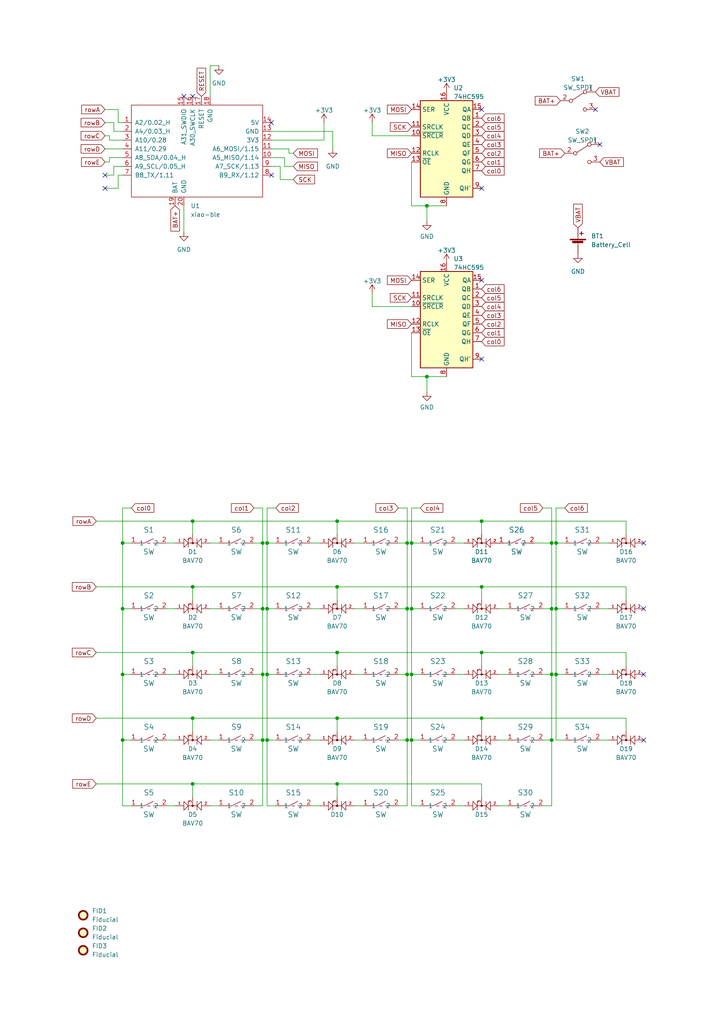
<source format=kicad_sch>
(kicad_sch (version 20230121) (generator eeschema)
  (paper "A4" portrait)
  (title_block (rev "1") (comment 1 "Design for JLCPCB 1-2 Layer Service"))
  (lib_symbols
    (symbol "74xx:74HC595"
      (property "Reference" "U" (at -7.62 13.97 0))
      (property "Value" "74HC595" (at -7.62 -16.51 0))
      (symbol "74HC595_1_0"
        (pin tri_state line (at 10.16 7.62 180) (length 2.54) (name "QB") (number "1"))
        (pin input line (at -10.16 2.54 0) (length 2.54) (name "~{SRCLR}") (number "10"))
        (pin input line (at -10.16 5.08 0) (length 2.54) (name "SRCLK") (number "11"))
        (pin input line (at -10.16 -2.54 0) (length 2.54) (name "RCLK") (number "12"))
        (pin input line (at -10.16 -5.08 0) (length 2.54) (name "~{OE}") (number "13"))
        (pin input line (at -10.16 10.16 0) (length 2.54) (name "SER") (number "14"))
        (pin tri_state line (at 10.16 10.16 180) (length 2.54) (name "QA") (number "15"))
        (pin power_in line (at 0 15.24 270) (length 2.54) (name "VCC") (number "16"))
        (pin tri_state line (at 10.16 5.08 180) (length 2.54) (name "QC") (number "2"))
        (pin tri_state line (at 10.16 2.54 180) (length 2.54) (name "QD") (number "3"))
        (pin tri_state line (at 10.16 0 180) (length 2.54) (name "QE") (number "4"))
        (pin tri_state line (at 10.16 -2.54 180) (length 2.54) (name "QF") (number "5"))
        (pin tri_state line (at 10.16 -5.08 180) (length 2.54) (name "QG") (number "6"))
        (pin tri_state line (at 10.16 -7.62 180) (length 2.54) (name "QH") (number "7"))
        (pin power_in line (at 0 -17.78 90) (length 2.54) (name "GND") (number "8"))
        (pin output line (at 10.16 -12.7 180) (length 2.54) (name "QH'") (number "9"))
      )
      (symbol "74HC595_1_1"
        (rectangle (start -7.62 12.7) (end 7.62 -15.24) (stroke (width 0.254)) (fill (type background)))
      )
    )
    (symbol "Device:Battery_Cell" (pin_numbers hide) (pin_names (offset 0) hide)
      (property "Reference" "BT" (at 2.54 2.54 0))
      (property "Value" "Battery_Cell" (at 2.54 0 0))
      (symbol "Battery_Cell_0_1"
        (rectangle (start -2.286 1.778) (end 2.286 1.524) (fill (type outline)))
        (rectangle (start -1.5748 1.1938) (end 1.4732 0.6858) (fill (type outline)))
        (polyline (pts (xy 0 0.762) (xy 0 0)))
        (polyline (pts (xy 0 1.778) (xy 0 2.54)))
        (polyline (pts (xy 0.508 3.429) (xy 1.524 3.429)) (stroke (width 0.254)))
        (polyline (pts (xy 1.016 3.937) (xy 1.016 2.921)) (stroke (width 0.254)))
      )
      (symbol "Battery_Cell_1_1"
        (pin passive line (at 0 5.08 270) (length 2.54) (name "+") (number "1"))
        (pin passive line (at 0 -2.54 90) (length 2.54) (name "-") (number "2"))
      )
    )
    (symbol "Mechanical:Fiducial"
      (property "Reference" "FID" (at 0 5.08 0))
      (property "Value" "Fiducial" (at 0 3.175 0))
      (symbol "Fiducial_0_1"
        (circle (center 0 0) (radius 1.27) (stroke (width 0.508)) (fill (type background)))
      )
    )
    (symbol "Switch:SW_SPDT" (pin_names (offset 0) hide)
      (property "Reference" "SW" (at 0 4.318 0))
      (property "Value" "SW_SPDT" (at 0 -5.08 0))
      (symbol "SW_SPDT_0_0"
        (circle (center -2.032 0) (radius 0.508))
        (circle (center 2.032 -2.54) (radius 0.508))
      )
      (symbol "SW_SPDT_0_1"
        (polyline (pts (xy -1.524 0.254) (xy 1.651 2.286)))
        (circle (center 2.032 2.54) (radius 0.508))
      )
      (symbol "SW_SPDT_1_1"
        (pin passive line (at 5.08 2.54 180) (length 2.54) (name "A") (number "1"))
        (pin passive line (at -5.08 0 0) (length 2.54) (name "B") (number "2"))
        (pin passive line (at 5.08 -2.54 180) (length 2.54) (name "C") (number "3"))
      )
    )
    (symbol "YAEMK:MX_1U" (pin_names (offset 1.016))
      (property "Reference" "S" (at 0 -2.54 0))
      (property "Value" "MX_1U" (at 0 3.81 0))
      (symbol "MX_1U_1_1"
        (polyline (pts (xy 2.54 0) (xy 1.27 0)))
        (polyline (pts (xy 3.81 0) (xy 2.54 0)))
        (polyline (pts (xy 1.27 1.27) (xy -1.27 0) (xy -3.81 0)))
        (pin bidirectional line (at -5.08 0 0) (length 1.27) (name "1") (number "1"))
        (pin bidirectional line (at 5.08 0 180) (length 1.27) (name "2") (number "2"))
      )
    )
    (symbol "hillside_basic:BAV70_Small" (pin_names (offset 0.762) hide)
      (property "Reference" "D" (at 0.635 -2.54 0))
      (property "Value" "BAV70_Small" (at 0 2.54 0))
      (symbol "BAV70_Small_0_1"
        (polyline (pts (xy -1.27 1.27) (xy -1.27 -1.27)))
        (polyline (pts (xy 1.27 0) (xy -1.27 0)))
        (polyline (pts (xy 1.27 1.27) (xy 1.27 -1.27)))
        (polyline (pts (xy -2.54 1.27) (xy -2.54 -1.27) (xy -1.27 0) (xy -2.54 1.27)))
        (polyline (pts (xy 2.54 1.27) (xy 2.54 -1.27) (xy 1.27 0) (xy 2.54 1.27)))
        (circle (center 0 0) (radius 0.254) (fill (type outline)))
      )
      (symbol "BAV70_Small_1_1"
        (pin input line (at -5.08 0 0) (length 2.54) (name "A1") (number "1"))
        (pin input line (at 5.08 0 180) (length 2.54) (name "A2") (number "2"))
        (pin passive line (at 0 -2.54 90) (length 2.54) (name "K") (number "3"))
      )
    )
    (symbol "power:+3V3" (power) (pin_names (offset 0))
      (property "Value" "+3V3" (at 0 3.556 0))
      (symbol "+3V3_0_1"
        (polyline (pts (xy -0.762 1.27) (xy 0 2.54)))
        (polyline (pts (xy 0 0) (xy 0 2.54)))
        (polyline (pts (xy 0 2.54) (xy 0.762 1.27)))
      )
      (symbol "+3V3_1_1"
        (pin power_in line (at 0 0 90) (length 0) hide (name "+3V3") (number "1"))
      )
    )
    (symbol "power:GND" (power) (pin_names (offset 0))
      (property "Value" "GND" (at 0 -3.81 0))
      (symbol "GND_0_1"
        (polyline (pts (xy 0 0) (xy 0 -1.27) (xy 1.27 -1.27) (xy 0 -2.54) (xy -1.27 -1.27) (xy 0 -1.27)))
      )
      (symbol "GND_1_1"
        (pin power_in line (at 0 0 270) (length 0) hide (name "GND") (number "1"))
      )
    )
    (symbol "sepp:xiao-ble-geist" (pin_names (offset 1.016))
      (property "Reference" "U1" (at -19.304 17.78 0))
      (property "Value" "xiao-ble" (at -19.304 15.24 0))
      (symbol "xiao-ble-geist_0_1"
        (rectangle (start -19.05 12.7) (end 19.05 -13.97))
      )
      (symbol "xiao-ble-geist_1_1"
        (pin bidirectional line (at -21.59 7.62 0) (length 2.54) (name "A2/0.02_H") (number "1"))
        (pin bidirectional line (at 21.59 -2.54 180) (length 2.54) (name "A5_MISO/1.14") (number "10"))
        (pin bidirectional line (at 21.59 0 180) (length 2.54) (name "A6_MOSI/1.15") (number "11"))
        (pin power_out line (at 21.59 2.54 180) (length 2.54) (name "3V3") (number "12"))
        (pin power_out line (at 21.59 5.08 180) (length 2.54) (name "GND") (number "13"))
        (pin power_out line (at 21.59 7.62 180) (length 2.54) (name "5V") (number "14"))
        (pin input line (at -3.81 15.24 270) (length 2.54) (name "A31_SWDIO") (number "15"))
        (pin input line (at -1.27 15.24 270) (length 2.54) (name "A30_SWCLK") (number "16"))
        (pin input line (at 1.27 15.24 270) (length 2.54) (name "RESET") (number "17"))
        (pin power_out line (at 3.81 15.24 270) (length 2.54) (name "GND") (number "18"))
        (pin bidirectional line (at -6.35 -16.51 90) (length 2.54) (name "BAT") (number "19"))
        (pin bidirectional line (at -21.59 5.08 0) (length 2.54) (name "A4/0.03_H") (number "2"))
        (pin power_out line (at -3.81 -16.51 90) (length 2.54) (name "GND") (number "20"))
        (pin bidirectional line (at -21.59 2.54 0) (length 2.54) (name "A10/0.28") (number "3"))
        (pin bidirectional line (at -21.59 0 0) (length 2.54) (name "A11/0.29") (number "4"))
        (pin bidirectional line (at -21.59 -2.54 0) (length 2.54) (name "A8_SDA/0.04_H") (number "5"))
        (pin bidirectional line (at -21.59 -5.08 0) (length 2.54) (name "A9_SCL/0.05_H") (number "6"))
        (pin bidirectional line (at -21.59 -7.62 0) (length 2.54) (name "B8_TX/1.11") (number "7"))
        (pin bidirectional line (at 21.59 -7.62 180) (length 2.54) (name "B9_RX/1.12") (number "8"))
        (pin bidirectional line (at 21.59 -5.08 180) (length 2.54) (name "A7_SCK/1.13") (number "9"))
      )
    )
  )
  (junction (at 139.7 208.28))
  (junction (at 97.79 227.33))
  (junction (at 77.47 214.63))
  (junction (at 97.79 208.28))
  (junction (at 160.02 176.53))
  (junction (at 161.29 195.58))
  (junction (at 35.56 214.63))
  (junction (at 76.2 195.58))
  (junction (at 35.56 157.48))
  (junction (at 118.11 157.48))
  (junction (at 161.29 157.48))
  (junction (at 119.38 195.58))
  (junction (at 160.02 195.58))
  (junction (at 118.11 195.58))
  (junction (at 160.02 157.48))
  (junction (at 35.56 176.53))
  (junction (at 55.88 151.13))
  (junction (at 97.79 170.18))
  (junction (at 123.825 109.22))
  (junction (at 97.79 151.13))
  (junction (at 35.56 195.58))
  (junction (at 77.47 176.53))
  (junction (at 76.2 214.63))
  (junction (at 119.38 214.63))
  (junction (at 55.88 227.33))
  (junction (at 123.825 59.69))
  (junction (at 139.7 170.18))
  (junction (at 76.2 176.53))
  (junction (at 55.88 170.18))
  (junction (at 55.88 208.28))
  (junction (at 76.2 157.48))
  (junction (at 161.29 176.53))
  (junction (at 139.7 189.23))
  (junction (at 97.79 189.23))
  (junction (at 118.11 214.63))
  (junction (at 119.38 157.48))
  (junction (at 160.02 214.63))
  (junction (at 119.38 176.53))
  (junction (at 77.47 157.48))
  (junction (at 77.47 195.58))
  (junction (at 139.7 151.13))
  (junction (at 55.88 189.23))
  (junction (at 118.11 176.53))
  (no_connect (at 53.34 27.94))
  (no_connect (at 78.74 50.8))
  (no_connect (at 139.7 81.28))
  (no_connect (at 139.7 31.75))
  (no_connect (at 139.7 54.61))
  (no_connect (at 172.72 31.75))
  (no_connect (at 78.74 35.56))
  (no_connect (at 30.48 54.61))
  (no_connect (at 186.69 214.63))
  (no_connect (at 55.88 27.94))
  (no_connect (at 186.69 195.58))
  (no_connect (at 139.7 104.14))
  (no_connect (at 186.69 176.53))
  (no_connect (at 173.99 41.91))
  (no_connect (at 186.69 157.48))
  (no_connect (at 30.48 50.8))
  (wire (pts (xy 35.56 157.48) (xy 38.1 157.48)))
  (wire (pts (xy 33.02 35.56) (xy 33.02 38.1)))
  (wire (pts (xy 76.2 233.68) (xy 73.66 233.68)))
  (wire (pts (xy 139.7 170.18) (xy 139.7 173.99)))
  (wire (pts (xy 34.29 54.61) (xy 34.29 50.8)))
  (wire (pts (xy 118.11 176.53) (xy 118.11 157.48)))
  (wire (pts (xy 97.79 208.28) (xy 139.7 208.28)))
  (wire (pts (xy 118.11 214.63) (xy 118.11 195.58)))
  (wire (pts (xy 90.17 157.48) (xy 92.71 157.48)))
  (wire (pts (xy 31.75 45.72) (xy 35.56 45.72)))
  (wire (pts (xy 173.99 214.63) (xy 176.53 214.63)))
  (wire (pts (xy 97.79 170.18) (xy 139.7 170.18)))
  (wire (pts (xy 55.88 208.28) (xy 55.88 212.09)))
  (wire (pts (xy 118.11 157.48) (xy 118.11 147.32)))
  (wire (pts (xy 53.34 67.31) (xy 53.34 59.69)))
  (wire (pts (xy 119.38 176.53) (xy 121.92 176.53)))
  (wire (pts (xy 35.56 195.58) (xy 38.1 195.58)))
  (wire (pts (xy 115.57 214.63) (xy 118.11 214.63)))
  (wire (pts (xy 55.88 189.23) (xy 55.88 193.04)))
  (wire (pts (xy 60.96 19.05) (xy 60.96 27.94)))
  (wire (pts (xy 132.08 157.48) (xy 134.62 157.48)))
  (wire (pts (xy 119.38 233.68) (xy 119.38 214.63)))
  (wire (pts (xy 119.38 59.69) (xy 123.825 59.69)))
  (wire (pts (xy 55.88 227.33) (xy 97.79 227.33)))
  (wire (pts (xy 81.28 52.07) (xy 81.28 48.26)))
  (wire (pts (xy 102.87 176.53) (xy 105.41 176.53)))
  (wire (pts (xy 139.7 151.13) (xy 181.61 151.13)))
  (wire (pts (xy 132.08 214.63) (xy 134.62 214.63)))
  (wire (pts (xy 60.96 157.48) (xy 63.5 157.48)))
  (wire (pts (xy 119.38 147.32) (xy 121.92 147.32)))
  (wire (pts (xy 83.82 43.18) (xy 78.74 43.18)))
  (wire (pts (xy 144.78 214.63) (xy 147.32 214.63)))
  (wire (pts (xy 160.02 233.68) (xy 160.02 214.63)))
  (wire (pts (xy 48.26 176.53) (xy 50.8 176.53)))
  (wire (pts (xy 97.79 151.13) (xy 97.79 154.94)))
  (wire (pts (xy 90.17 195.58) (xy 92.71 195.58)))
  (wire (pts (xy 119.38 176.53) (xy 119.38 157.48)))
  (wire (pts (xy 63.5 19.05) (xy 60.96 19.05)))
  (wire (pts (xy 35.56 214.63) (xy 35.56 233.68)))
  (wire (pts (xy 76.2 157.48) (xy 76.2 147.32)))
  (wire (pts (xy 27.94 151.13) (xy 55.88 151.13)))
  (wire (pts (xy 34.29 50.8) (xy 35.56 50.8)))
  (wire (pts (xy 77.47 195.58) (xy 77.47 176.53)))
  (wire (pts (xy 161.29 214.63) (xy 161.29 195.58)))
  (wire (pts (xy 93.98 35.56) (xy 93.98 40.64)))
  (wire (pts (xy 102.87 157.48) (xy 105.41 157.48)))
  (wire (pts (xy 35.56 147.32) (xy 38.1 147.32)))
  (wire (pts (xy 77.47 214.63) (xy 77.47 195.58)))
  (wire (pts (xy 139.7 189.23) (xy 139.7 193.04)))
  (wire (pts (xy 30.48 35.56) (xy 33.02 35.56)))
  (wire (pts (xy 77.47 195.58) (xy 80.01 195.58)))
  (wire (pts (xy 144.78 195.58) (xy 147.32 195.58)))
  (wire (pts (xy 82.55 45.72) (xy 78.74 45.72)))
  (wire (pts (xy 139.7 208.28) (xy 139.7 212.09)))
  (wire (pts (xy 129.54 109.22) (xy 123.825 109.22)))
  (wire (pts (xy 76.2 195.58) (xy 76.2 176.53)))
  (wire (pts (xy 144.78 233.68) (xy 147.32 233.68)))
  (wire (pts (xy 27.94 170.18) (xy 55.88 170.18)))
  (wire (pts (xy 35.56 176.53) (xy 38.1 176.53)))
  (wire (pts (xy 119.38 214.63) (xy 121.92 214.63)))
  (wire (pts (xy 160.02 157.48) (xy 160.02 176.53)))
  (wire (pts (xy 48.26 233.68) (xy 50.8 233.68)))
  (wire (pts (xy 55.88 170.18) (xy 97.79 170.18)))
  (wire (pts (xy 161.29 157.48) (xy 161.29 147.32)))
  (wire (pts (xy 30.48 43.18) (xy 35.56 43.18)))
  (wire (pts (xy 77.47 214.63) (xy 77.47 233.68)))
  (wire (pts (xy 30.48 54.61) (xy 34.29 54.61)))
  (wire (pts (xy 77.47 214.63) (xy 80.01 214.63)))
  (wire (pts (xy 119.38 46.99) (xy 119.38 59.69)))
  (wire (pts (xy 76.2 176.53) (xy 76.2 157.48)))
  (wire (pts (xy 97.79 208.28) (xy 97.79 212.09)))
  (wire (pts (xy 107.95 88.9) (xy 107.95 85.09)))
  (wire (pts (xy 160.02 147.32) (xy 157.48 147.32)))
  (wire (pts (xy 33.02 38.1) (xy 35.56 38.1)))
  (wire (pts (xy 115.57 233.68) (xy 118.11 233.68)))
  (wire (pts (xy 73.66 195.58) (xy 76.2 195.58)))
  (wire (pts (xy 139.7 170.18) (xy 181.61 170.18)))
  (wire (pts (xy 132.08 195.58) (xy 134.62 195.58)))
  (wire (pts (xy 27.94 189.23) (xy 55.88 189.23)))
  (wire (pts (xy 119.38 157.48) (xy 121.92 157.48)))
  (wire (pts (xy 77.47 157.48) (xy 77.47 147.32)))
  (wire (pts (xy 85.09 44.45) (xy 83.82 44.45)))
  (wire (pts (xy 97.79 189.23) (xy 139.7 189.23)))
  (wire (pts (xy 102.87 214.63) (xy 105.41 214.63)))
  (wire (pts (xy 154.94 157.48) (xy 160.02 157.48)))
  (wire (pts (xy 35.56 214.63) (xy 35.56 195.58)))
  (wire (pts (xy 97.79 189.23) (xy 97.79 193.04)))
  (wire (pts (xy 118.11 147.32) (xy 115.57 147.32)))
  (wire (pts (xy 60.96 195.58) (xy 63.5 195.58)))
  (wire (pts (xy 119.38 157.48) (xy 119.38 147.32)))
  (wire (pts (xy 60.96 176.53) (xy 63.5 176.53)))
  (wire (pts (xy 181.61 151.13) (xy 181.61 154.94)))
  (wire (pts (xy 55.88 151.13) (xy 97.79 151.13)))
  (wire (pts (xy 35.56 157.48) (xy 35.56 147.32)))
  (wire (pts (xy 119.38 214.63) (xy 119.38 195.58)))
  (wire (pts (xy 181.61 208.28) (xy 181.61 212.09)))
  (wire (pts (xy 123.825 109.22) (xy 123.825 113.665)))
  (wire (pts (xy 181.61 189.23) (xy 181.61 193.04)))
  (wire (pts (xy 60.96 233.68) (xy 63.5 233.68)))
  (wire (pts (xy 48.26 157.48) (xy 50.8 157.48)))
  (wire (pts (xy 77.47 176.53) (xy 77.47 157.48)))
  (wire (pts (xy 27.94 227.33) (xy 55.88 227.33)))
  (wire (pts (xy 34.29 35.56) (xy 35.56 35.56)))
  (wire (pts (xy 115.57 176.53) (xy 118.11 176.53)))
  (wire (pts (xy 31.75 39.37) (xy 31.75 40.64)))
  (wire (pts (xy 35.56 195.58) (xy 35.56 176.53)))
  (wire (pts (xy 76.2 214.63) (xy 76.2 195.58)))
  (wire (pts (xy 35.56 214.63) (xy 38.1 214.63)))
  (wire (pts (xy 55.88 208.28) (xy 97.79 208.28)))
  (wire (pts (xy 115.57 157.48) (xy 118.11 157.48)))
  (wire (pts (xy 161.29 176.53) (xy 163.83 176.53)))
  (wire (pts (xy 107.95 39.37) (xy 107.95 35.56)))
  (wire (pts (xy 157.48 195.58) (xy 160.02 195.58)))
  (wire (pts (xy 102.87 233.68) (xy 105.41 233.68)))
  (wire (pts (xy 161.29 157.48) (xy 163.83 157.48)))
  (wire (pts (xy 160.02 147.32) (xy 160.02 157.48)))
  (wire (pts (xy 129.54 59.69) (xy 123.825 59.69)))
  (wire (pts (xy 139.7 208.28) (xy 181.61 208.28)))
  (wire (pts (xy 85.09 48.26) (xy 82.55 48.26)))
  (wire (pts (xy 31.75 40.64) (xy 35.56 40.64)))
  (wire (pts (xy 76.2 214.63) (xy 76.2 233.68)))
  (wire (pts (xy 33.02 50.8) (xy 33.02 48.26)))
  (wire (pts (xy 119.38 195.58) (xy 119.38 176.53)))
  (wire (pts (xy 83.82 44.45) (xy 83.82 43.18)))
  (wire (pts (xy 161.29 195.58) (xy 163.83 195.58)))
  (wire (pts (xy 90.17 176.53) (xy 92.71 176.53)))
  (wire (pts (xy 90.17 214.63) (xy 92.71 214.63)))
  (wire (pts (xy 48.26 214.63) (xy 50.8 214.63)))
  (wire (pts (xy 107.95 88.9) (xy 119.38 88.9)))
  (wire (pts (xy 121.92 233.68) (xy 119.38 233.68)))
  (wire (pts (xy 97.79 227.33) (xy 139.7 227.33)))
  (wire (pts (xy 55.88 227.33) (xy 55.88 231.14)))
  (wire (pts (xy 90.17 233.68) (xy 92.71 233.68)))
  (wire (pts (xy 157.48 233.68) (xy 160.02 233.68)))
  (wire (pts (xy 55.88 189.23) (xy 97.79 189.23)))
  (wire (pts (xy 77.47 233.68) (xy 80.01 233.68)))
  (wire (pts (xy 35.56 233.68) (xy 38.1 233.68)))
  (wire (pts (xy 173.99 157.48) (xy 176.53 157.48)))
  (wire (pts (xy 96.52 43.18) (xy 96.52 38.1)))
  (wire (pts (xy 55.88 151.13) (xy 55.88 154.94)))
  (wire (pts (xy 30.48 50.8) (xy 33.02 50.8)))
  (wire (pts (xy 27.94 208.28) (xy 55.88 208.28)))
  (wire (pts (xy 161.29 214.63) (xy 163.83 214.63)))
  (wire (pts (xy 30.48 46.99) (xy 31.75 46.99)))
  (wire (pts (xy 119.38 109.22) (xy 123.825 109.22)))
  (wire (pts (xy 161.29 147.32) (xy 163.83 147.32)))
  (wire (pts (xy 77.47 157.48) (xy 80.01 157.48)))
  (wire (pts (xy 97.79 151.13) (xy 139.7 151.13)))
  (wire (pts (xy 76.2 147.32) (xy 73.66 147.32)))
  (wire (pts (xy 161.29 176.53) (xy 161.29 157.48)))
  (wire (pts (xy 181.61 170.18) (xy 181.61 173.99)))
  (wire (pts (xy 78.74 40.64) (xy 93.98 40.64)))
  (wire (pts (xy 119.38 195.58) (xy 121.92 195.58)))
  (wire (pts (xy 73.66 214.63) (xy 76.2 214.63)))
  (wire (pts (xy 34.29 31.75) (xy 34.29 35.56)))
  (wire (pts (xy 82.55 48.26) (xy 82.55 45.72)))
  (wire (pts (xy 118.11 233.68) (xy 118.11 214.63)))
  (wire (pts (xy 119.38 96.52) (xy 119.38 109.22)))
  (wire (pts (xy 102.87 195.58) (xy 105.41 195.58)))
  (wire (pts (xy 30.48 39.37) (xy 31.75 39.37)))
  (wire (pts (xy 60.96 214.63) (xy 63.5 214.63)))
  (wire (pts (xy 81.28 48.26) (xy 78.74 48.26)))
  (wire (pts (xy 173.99 176.53) (xy 176.53 176.53)))
  (wire (pts (xy 30.48 31.75) (xy 34.29 31.75)))
  (wire (pts (xy 139.7 227.33) (xy 139.7 231.14)))
  (wire (pts (xy 157.48 176.53) (xy 160.02 176.53)))
  (wire (pts (xy 77.47 176.53) (xy 80.01 176.53)))
  (wire (pts (xy 157.48 214.63) (xy 160.02 214.63)))
  (wire (pts (xy 48.26 195.58) (xy 50.8 195.58)))
  (wire (pts (xy 115.57 195.58) (xy 118.11 195.58)))
  (wire (pts (xy 132.08 233.68) (xy 134.62 233.68)))
  (wire (pts (xy 139.7 151.13) (xy 139.7 154.94)))
  (wire (pts (xy 97.79 227.33) (xy 97.79 231.14)))
  (wire (pts (xy 77.47 147.32) (xy 80.01 147.32)))
  (wire (pts (xy 97.79 170.18) (xy 97.79 173.99)))
  (wire (pts (xy 173.99 195.58) (xy 176.53 195.58)))
  (wire (pts (xy 85.09 52.07) (xy 81.28 52.07)))
  (wire (pts (xy 160.02 214.63) (xy 160.02 195.58)))
  (wire (pts (xy 132.08 176.53) (xy 134.62 176.53)))
  (wire (pts (xy 31.75 46.99) (xy 31.75 45.72)))
  (wire (pts (xy 118.11 195.58) (xy 118.11 176.53)))
  (wire (pts (xy 35.56 176.53) (xy 35.56 157.48)))
  (wire (pts (xy 144.78 176.53) (xy 147.32 176.53)))
  (wire (pts (xy 55.88 170.18) (xy 55.88 173.99)))
  (wire (pts (xy 73.66 176.53) (xy 76.2 176.53)))
  (wire (pts (xy 73.66 157.48) (xy 76.2 157.48)))
  (wire (pts (xy 160.02 195.58) (xy 160.02 176.53)))
  (wire (pts (xy 123.825 59.69) (xy 123.825 64.135)))
  (wire (pts (xy 96.52 38.1) (xy 78.74 38.1)))
  (wire (pts (xy 33.02 48.26) (xy 35.56 48.26)))
  (wire (pts (xy 161.29 195.58) (xy 161.29 176.53)))
  (wire (pts (xy 139.7 189.23) (xy 181.61 189.23)))
  (wire (pts (xy 107.95 39.37) (xy 119.38 39.37)))
  (global_label "BAT+" (shape input) (at 50.8 59.69 270) (property "Intersheetrefs" "${INTERSHEET_REFS}" (effects hide)))
  (global_label "col0" (shape input) (at 139.7 99.06 0) (property "Intersheetrefs" "${INTERSHEET_REFS}" (effects hide)))
  (global_label "RESET" (shape input) (at 58.42 27.94 90) (property "Intersheetrefs" "${INTERSHEET_REFS}" (effects hide)))
  (global_label "col5" (shape input) (at 139.7 36.83 0) (property "Intersheetrefs" "${INTERSHEET_REFS}" (effects hide)))
  (global_label "rowD" (shape input) (at 27.94 208.28 180) (property "Intersheetrefs" "${INTERSHEET_REFS}" (effects hide)))
  (global_label "col6" (shape input) (at 163.83 147.32 0) (property "Intersheetrefs" "${INTERSHEET_REFS}" (effects hide)))
  (global_label "MISO" (shape input) (at 85.09 48.26 0) (property "Intersheetrefs" "${INTERSHEET_REFS}" (effects hide)))
  (global_label "col4" (shape input) (at 139.7 39.37 0) (property "Intersheetrefs" "${INTERSHEET_REFS}" (effects hide)))
  (global_label "rowE" (shape input) (at 30.48 46.99 180) (property "Intersheetrefs" "${INTERSHEET_REFS}" (effects hide)))
  (global_label "col5" (shape input) (at 157.48 147.32 180) (property "Intersheetrefs" "${INTERSHEET_REFS}" (effects hide)))
  (global_label "rowC" (shape input) (at 27.94 189.23 180) (property "Intersheetrefs" "${INTERSHEET_REFS}" (effects hide)))
  (global_label "BAT+" (shape input) (at 163.83 44.45 180) (property "Intersheetrefs" "${INTERSHEET_REFS}" (effects hide)))
  (global_label "MOSI" (shape input) (at 119.38 81.28 180) (property "Intersheetrefs" "${INTERSHEET_REFS}" (effects hide)))
  (global_label "rowA" (shape input) (at 30.48 31.75 180) (property "Intersheetrefs" "${INTERSHEET_REFS}" (effects hide)))
  (global_label "MOSI" (shape input) (at 85.09 44.45 0) (property "Intersheetrefs" "${INTERSHEET_REFS}" (effects hide)))
  (global_label "rowC" (shape input) (at 30.48 39.37 180) (property "Intersheetrefs" "${INTERSHEET_REFS}" (effects hide)))
  (global_label "col4" (shape input) (at 121.92 147.32 0) (property "Intersheetrefs" "${INTERSHEET_REFS}" (effects hide)))
  (global_label "col0" (shape input) (at 139.7 49.53 0) (property "Intersheetrefs" "${INTERSHEET_REFS}" (effects hide)))
  (global_label "col3" (shape input) (at 139.7 91.44 0) (property "Intersheetrefs" "${INTERSHEET_REFS}" (effects hide)))
  (global_label "col5" (shape input) (at 139.7 86.36 0) (property "Intersheetrefs" "${INTERSHEET_REFS}" (effects hide)))
  (global_label "MOSI" (shape input) (at 119.38 31.75 180) (property "Intersheetrefs" "${INTERSHEET_REFS}" (effects hide)))
  (global_label "col1" (shape input) (at 139.7 46.99 0) (property "Intersheetrefs" "${INTERSHEET_REFS}" (effects hide)))
  (global_label "rowE" (shape input) (at 27.94 227.33 180) (property "Intersheetrefs" "${INTERSHEET_REFS}" (effects hide)))
  (global_label "col1" (shape input) (at 73.66 147.32 180) (property "Intersheetrefs" "${INTERSHEET_REFS}" (effects hide)))
  (global_label "MISO" (shape input) (at 119.38 93.98 180) (property "Intersheetrefs" "${INTERSHEET_REFS}" (effects hide)))
  (global_label "rowD" (shape input) (at 30.48 43.18 180) (property "Intersheetrefs" "${INTERSHEET_REFS}" (effects hide)))
  (global_label "SCK" (shape input) (at 85.09 52.07 0) (property "Intersheetrefs" "${INTERSHEET_REFS}" (effects hide)))
  (global_label "col4" (shape input) (at 139.7 88.9 0) (property "Intersheetrefs" "${INTERSHEET_REFS}" (effects hide)))
  (global_label "rowA" (shape input) (at 27.94 151.13 180) (property "Intersheetrefs" "${INTERSHEET_REFS}" (effects hide)))
  (global_label "MISO" (shape input) (at 119.38 44.45 180) (property "Intersheetrefs" "${INTERSHEET_REFS}" (effects hide)))
  (global_label "col2" (shape input) (at 80.01 147.32 0) (property "Intersheetrefs" "${INTERSHEET_REFS}" (effects hide)))
  (global_label "SCK" (shape input) (at 119.38 86.36 180) (property "Intersheetrefs" "${INTERSHEET_REFS}" (effects hide)))
  (global_label "VBAT" (shape input) (at 173.99 46.99 0) (property "Intersheetrefs" "${INTERSHEET_REFS}" (effects hide)))
  (global_label "col6" (shape input) (at 139.7 83.82 0) (property "Intersheetrefs" "${INTERSHEET_REFS}" (effects hide)))
  (global_label "col0" (shape input) (at 38.1 147.32 0) (property "Intersheetrefs" "${INTERSHEET_REFS}" (effects hide)))
  (global_label "rowB" (shape input) (at 27.94 170.18 180) (property "Intersheetrefs" "${INTERSHEET_REFS}" (effects hide)))
  (global_label "rowB" (shape input) (at 30.48 35.56 180) (property "Intersheetrefs" "${INTERSHEET_REFS}" (effects hide)))
  (global_label "col1" (shape input) (at 139.7 96.52 0) (property "Intersheetrefs" "${INTERSHEET_REFS}" (effects hide)))
  (global_label "VBAT" (shape input) (at 167.64 66.04 90) (property "Intersheetrefs" "${INTERSHEET_REFS}" (effects hide)))
  (global_label "SCK" (shape input) (at 119.38 36.83 180) (property "Intersheetrefs" "${INTERSHEET_REFS}" (effects hide)))
  (global_label "col2" (shape input) (at 139.7 44.45 0) (property "Intersheetrefs" "${INTERSHEET_REFS}" (effects hide)))
  (global_label "VBAT" (shape input) (at 172.72 26.67 0) (property "Intersheetrefs" "${INTERSHEET_REFS}" (effects hide)))
  (global_label "col6" (shape input) (at 139.7 34.29 0) (property "Intersheetrefs" "${INTERSHEET_REFS}" (effects hide)))
  (global_label "col3" (shape input) (at 139.7 41.91 0) (property "Intersheetrefs" "${INTERSHEET_REFS}" (effects hide)))
  (global_label "col2" (shape input) (at 139.7 93.98 0) (property "Intersheetrefs" "${INTERSHEET_REFS}" (effects hide)))
  (global_label "BAT+" (shape input) (at 162.56 29.21 180) (property "Intersheetrefs" "${INTERSHEET_REFS}" (effects hide)))
  (global_label "col3" (shape input) (at 115.57 147.32 180) (property "Intersheetrefs" "${INTERSHEET_REFS}" (effects hide)))
  (symbol (lib_id "YAEMK:MX_1U") (at 127 195.58 0) (unit 1)
    (property "Reference" "S23" (at 127 191.77 0) (effects (font (size 1.524 1.524))))
    (property "Value" "SW" (at 127 198.12 0) (effects (font (size 1.524 1.524))))
    (property "Footprint" "pretty:ChocV1_Hotswap_reversible" (effects hide))
    (property "Datasheet" "~" (at 127 195.58 0) (effects (font (size 1.524 1.524))))
    (property "JLCPCB BOM" "0" (effects hide))
  )
  (symbol (lib_id "YAEMK:MX_1U") (at 43.18 176.53 0) (unit 1)
    (property "Reference" "S2" (at 43.18 172.72 0) (effects (font (size 1.524 1.524))))
    (property "Value" "SW" (at 43.18 179.07 0) (effects (font (size 1.524 1.524))))
    (property "Footprint" "pretty:ChocV1_Hotswap_reversible" (effects hide))
    (property "Datasheet" "~" (at 43.18 176.53 0) (effects (font (size 1.524 1.524))))
    (property "JLCPCB BOM" "0" (effects hide))
  )
  (symbol (lib_id "YAEMK:MX_1U") (at 85.09 157.48 0) (unit 1)
    (property "Reference" "S11" (at 85.09 153.67 0) (effects (font (size 1.524 1.524))))
    (property "Value" "SW" (at 85.09 160.02 0) (effects (font (size 1.524 1.524))))
    (property "Footprint" "pretty:ChocV1_Hotswap_reversible" (effects hide))
    (property "Datasheet" "~" (at 85.09 157.48 0) (effects (font (size 1.524 1.524))))
    (property "JLCPCB BOM" "0" (effects hide))
  )
  (symbol (lib_id "YAEMK:MX_1U") (at 43.18 233.68 0) (unit 1)
    (property "Reference" "S5" (at 43.18 229.87 0) (effects (font (size 1.524 1.524))))
    (property "Value" "SW" (at 43.18 236.22 0) (effects (font (size 1.524 1.524))))
    (property "Footprint" "pretty:ChocV1_Hotswap_reversible" (effects hide))
    (property "Datasheet" "~" (at 43.18 233.68 0) (effects (font (size 1.524 1.524))))
    (property "JLCPCB BOM" "0" (effects hide))
  )
  (symbol (lib_id "hillside_basic:BAV70_Small") (at 55.88 233.68 0) (mirror x) (unit 1)
    (property "Reference" "D5" (at 55.88 236.22 0))
    (property "Value" "BAV70" (at 55.88 238.76 0))
    (property "Footprint" "pretty:SOT-23" (effects hide))
    (property "Datasheet" "https://assets.nexperia.com/documents/data-sheet/BAV70_SER.pdf" (effects hide))
  )
  (symbol (lib_id "power:+3V3") (at 129.54 26.67 0) (unit 1)
    (property "Reference" "#PWR09" (effects hide))
    (property "Value" "+3V3" (at 129.54 23.0942 0))
  )
  (symbol (lib_id "YAEMK:MX_1U") (at 127 176.53 0) (unit 1)
    (property "Reference" "S22" (at 127 172.72 0) (effects (font (size 1.524 1.524))))
    (property "Value" "SW" (at 127 179.07 0) (effects (font (size 1.524 1.524))))
    (property "Footprint" "pretty:ChocV1_Hotswap_reversible" (effects hide))
    (property "Datasheet" "~" (at 127 176.53 0) (effects (font (size 1.524 1.524))))
    (property "JLCPCB BOM" "0" (effects hide))
  )
  (symbol (lib_id "hillside_basic:BAV70_Small") (at 97.79 233.68 0) (mirror x) (unit 1)
    (property "Reference" "D10" (at 97.79 236.22 0))
    (property "Value" "BAV70" (effects hide))
    (property "Footprint" "pretty:SOT-23" (effects hide))
    (property "Datasheet" "https://assets.nexperia.com/documents/data-sheet/BAV70_SER.pdf" (effects hide))
  )
  (symbol (lib_id "hillside_basic:BAV70_Small") (at 139.7 157.48 0) (mirror x) (unit 1)
    (property "Reference" "D11" (at 139.7 160.02 0))
    (property "Value" "BAV70" (at 139.7 162.56 0))
    (property "Footprint" "pretty:SOT-23" (effects hide))
    (property "Datasheet" "https://assets.nexperia.com/documents/data-sheet/BAV70_SER.pdf" (effects hide))
  )
  (symbol (lib_id "YAEMK:MX_1U") (at 168.91 157.48 0) (unit 1)
    (property "Reference" "S31" (at 168.91 153.67 0) (effects (font (size 1.524 1.524))))
    (property "Value" "SW" (at 168.91 160.02 0) (effects (font (size 1.524 1.524))))
    (property "Footprint" "pretty:ChocV1_Hotswap_reversible" (effects hide))
    (property "Datasheet" "~" (at 168.91 157.48 0) (effects (font (size 1.524 1.524))))
    (property "JLCPCB BOM" "0" (effects hide))
  )
  (symbol (lib_id "YAEMK:MX_1U") (at 43.18 157.48 0) (unit 1)
    (property "Reference" "S1" (at 43.18 153.67 0) (effects (font (size 1.524 1.524))))
    (property "Value" "SW" (at 43.18 160.02 0) (effects (font (size 1.524 1.524))))
    (property "Footprint" "pretty:ChocV1_Hotswap_reversible" (effects hide))
    (property "Datasheet" "~" (at 43.18 157.48 0) (effects (font (size 1.524 1.524))))
    (property "JLCPCB BOM" "0" (effects hide))
  )
  (symbol (lib_id "Mechanical:Fiducial") (at 24.13 275.59 0) (unit 1)
    (property "Reference" "FID3" (at 26.67 274.3199 0) (effects (justify left)))
    (property "Value" "Fiducial" (at 26.67 276.8599 0) (effects (justify left)))
    (property "Footprint" "Fiducial:Fiducial_1mm_Mask2mm" (effects hide))
  )
  (symbol (lib_id "YAEMK:MX_1U") (at 168.91 195.58 0) (unit 1)
    (property "Reference" "S33" (at 168.91 191.77 0) (effects (font (size 1.524 1.524))))
    (property "Value" "SW" (at 168.91 198.12 0) (effects (font (size 1.524 1.524))))
    (property "Footprint" "pretty:ChocV1_Hotswap_reversible" (effects hide))
    (property "Datasheet" "~" (at 168.91 195.58 0) (effects (font (size 1.524 1.524))))
    (property "JLCPCB BOM" "0" (effects hide))
  )
  (symbol (lib_id "YAEMK:MX_1U") (at 68.58 195.58 0) (unit 1)
    (property "Reference" "S8" (at 68.58 191.77 0) (effects (font (size 1.524 1.524))))
    (property "Value" "SW" (at 68.58 198.12 0) (effects (font (size 1.524 1.524))))
    (property "Footprint" "pretty:ChocV1_Hotswap_reversible" (effects hide))
    (property "Datasheet" "~" (at 68.58 195.58 0) (effects (font (size 1.524 1.524))))
    (property "JLCPCB BOM" "0" (effects hide))
  )
  (symbol (lib_id "hillside_basic:BAV70_Small") (at 181.61 157.48 0) (mirror x) (unit 1)
    (property "Reference" "D16" (at 181.61 160.02 0))
    (property "Value" "BAV70" (at 181.61 162.56 0))
    (property "Footprint" "pretty:SOT-23" (effects hide))
    (property "Datasheet" "https://assets.nexperia.com/documents/data-sheet/BAV70_SER.pdf" (effects hide))
  )
  (symbol (lib_id "YAEMK:MX_1U") (at 110.49 214.63 0) (unit 1)
    (property "Reference" "S19" (at 110.49 210.82 0) (effects (font (size 1.524 1.524))))
    (property "Value" "SW" (at 110.49 217.17 0) (effects (font (size 1.524 1.524))))
    (property "Footprint" "pretty:ChocV1_Hotswap_reversible" (effects hide))
    (property "Datasheet" "~" (at 110.49 214.63 0) (effects (font (size 1.524 1.524))))
    (property "JLCPCB BOM" "0" (effects hide))
  )
  (symbol (lib_id "YAEMK:MX_1U") (at 43.18 214.63 0) (unit 1)
    (property "Reference" "S4" (at 43.18 210.82 0) (effects (font (size 1.524 1.524))))
    (property "Value" "SW" (at 43.18 217.17 0) (effects (font (size 1.524 1.524))))
    (property "Footprint" "pretty:ChocV1_Hotswap_reversible" (effects hide))
    (property "Datasheet" "~" (at 43.18 214.63 0) (effects (font (size 1.524 1.524))))
    (property "JLCPCB BOM" "0" (effects hide))
  )
  (symbol (lib_id "74xx:74HC595") (at 129.54 41.91 0) (unit 1)
    (property "Reference" "U2" (at 131.5594 25.5102 0) (effects (justify left)))
    (property "Value" "74HC595" (at 131.5594 28.0471 0) (effects (justify left)))
    (property "Footprint" "Package_SO:SOIC-16_3.9x9.9mm_P1.27mm" (effects hide))
    (property "Datasheet" "http://www.ti.com/lit/ds/symlink/sn74hc595.pdf" (effects hide))
    (property "LCSC Part Number" "C10092" (effects hide))
  )
  (symbol (lib_id "YAEMK:MX_1U") (at 85.09 176.53 0) (unit 1)
    (property "Reference" "S12" (at 85.09 172.72 0) (effects (font (size 1.524 1.524))))
    (property "Value" "SW" (at 85.09 179.07 0) (effects (font (size 1.524 1.524))))
    (property "Footprint" "pretty:ChocV1_Hotswap_reversible" (effects hide))
    (property "Datasheet" "~" (at 85.09 176.53 0) (effects (font (size 1.524 1.524))))
    (property "JLCPCB BOM" "0" (effects hide))
  )
  (symbol (lib_id "YAEMK:MX_1U") (at 110.49 157.48 0) (unit 1)
    (property "Reference" "S16" (at 110.49 153.67 0) (effects (font (size 1.524 1.524))))
    (property "Value" "SW" (at 110.49 160.02 0) (effects (font (size 1.524 1.524))))
    (property "Footprint" "pretty:ChocV1_Hotswap_reversible" (effects hide))
    (property "Datasheet" "~" (at 110.49 157.48 0) (effects (font (size 1.524 1.524))))
    (property "JLCPCB BOM" "0" (effects hide))
  )
  (symbol (lib_id "hillside_basic:BAV70_Small") (at 181.61 195.58 0) (mirror x) (unit 1)
    (property "Reference" "D18" (at 181.61 198.12 0))
    (property "Value" "BAV70" (at 181.61 200.66 0))
    (property "Footprint" "pretty:SOT-23" (effects hide))
    (property "Datasheet" "https://assets.nexperia.com/documents/data-sheet/BAV70_SER.pdf" (effects hide))
  )
  (symbol (lib_id "YAEMK:MX_1U") (at 152.4 195.58 0) (unit 1)
    (property "Reference" "S28" (at 152.4 191.77 0) (effects (font (size 1.524 1.524))))
    (property "Value" "SW" (at 152.4 198.12 0) (effects (font (size 1.524 1.524))))
    (property "Footprint" "pretty:ChocV1_Hotswap_reversible" (effects hide))
    (property "Datasheet" "~" (at 152.4 195.58 0) (effects (font (size 1.524 1.524))))
    (property "JLCPCB BOM" "0" (effects hide))
  )
  (symbol (lib_id "power:+3V3") (at 107.95 85.09 0) (unit 1)
    (property "Reference" "#PWR06" (effects hide))
    (property "Value" "+3V3" (at 107.95 81.5142 0))
  )
  (symbol (lib_id "Switch:SW_SPDT") (at 168.91 44.45 0) (unit 1)
    (property "Reference" "SW2" (at 168.91 38.1 0))
    (property "Value" "SW_SPDT" (at 168.91 40.64 0))
    (property "Footprint" "sepp:switch-MSK-12C02-smd" (effects hide))
  )
  (symbol (lib_id "YAEMK:MX_1U") (at 85.09 195.58 0) (unit 1)
    (property "Reference" "S13" (at 85.09 191.77 0) (effects (font (size 1.524 1.524))))
    (property "Value" "SW" (at 85.09 198.12 0) (effects (font (size 1.524 1.524))))
    (property "Footprint" "pretty:ChocV1_Hotswap_reversible" (effects hide))
    (property "Datasheet" "~" (at 85.09 195.58 0) (effects (font (size 1.524 1.524))))
    (property "JLCPCB BOM" "0" (effects hide))
  )
  (symbol (lib_id "Device:Battery_Cell") (at 167.64 71.12 0) (unit 1)
    (property "Reference" "BT1" (at 171.45 68.453 0) (effects (justify left)))
    (property "Value" "Battery_Cell" (at 171.45 70.993 0) (effects (justify left)))
    (property "Footprint" "Connector_JST:JST_PH_S2B-PH-K_1x02_P2.00mm_Horizontal" (effects hide))
  )
  (symbol (lib_id "YAEMK:MX_1U") (at 152.4 233.68 0) (unit 1)
    (property "Reference" "S30" (at 152.4 229.87 0) (effects (font (size 1.524 1.524))))
    (property "Value" "SW" (at 152.4 236.22 0) (effects (font (size 1.524 1.524))))
    (property "Footprint" "pretty:ChocV1_Hotswap_reversible" (effects hide))
    (property "Datasheet" "~" (at 152.4 233.68 0) (effects (font (size 1.524 1.524))))
    (property "JLCPCB BOM" "0" (effects hide))
  )
  (symbol (lib_id "power:+3V3") (at 93.98 35.56 0) (unit 1)
    (property "Reference" "#PWR03" (effects hide))
    (property "Value" "+3V3" (at 93.98 31.9842 0))
  )
  (symbol (lib_id "hillside_basic:BAV70_Small") (at 97.79 195.58 0) (mirror x) (unit 1)
    (property "Reference" "D8" (at 97.79 198.12 0))
    (property "Value" "BAV70" (at 97.79 200.66 0))
    (property "Footprint" "pretty:SOT-23" (effects hide))
    (property "Datasheet" "https://assets.nexperia.com/documents/data-sheet/BAV70_SER.pdf" (effects hide))
  )
  (symbol (lib_id "power:+3V3") (at 107.95 35.56 0) (unit 1)
    (property "Reference" "#PWR05" (effects hide))
    (property "Value" "+3V3" (at 107.95 31.9842 0))
  )
  (symbol (lib_id "Switch:SW_SPDT") (at 167.64 29.21 0) (unit 1)
    (property "Reference" "SW1" (at 167.64 22.86 0))
    (property "Value" "SW_SPDT" (at 167.64 25.4 0))
    (property "Footprint" "sepp:switch-MSK-12C02-smd" (effects hide))
  )
  (symbol (lib_id "YAEMK:MX_1U") (at 68.58 176.53 0) (unit 1)
    (property "Reference" "S7" (at 68.58 172.72 0) (effects (font (size 1.524 1.524))))
    (property "Value" "SW" (at 68.58 179.07 0) (effects (font (size 1.524 1.524))))
    (property "Footprint" "pretty:ChocV1_Hotswap_reversible" (effects hide))
    (property "Datasheet" "~" (at 68.58 176.53 0) (effects (font (size 1.524 1.524))))
    (property "JLCPCB BOM" "0" (effects hide))
  )
  (symbol (lib_id "hillside_basic:BAV70_Small") (at 139.7 233.68 0) (mirror x) (unit 1)
    (property "Reference" "D15" (at 139.7 236.22 0))
    (property "Value" "BAV70" (effects hide))
    (property "Footprint" "pretty:SOT-23" (effects hide))
    (property "Datasheet" "https://assets.nexperia.com/documents/data-sheet/BAV70_SER.pdf" (effects hide))
  )
  (symbol (lib_id "YAEMK:MX_1U") (at 110.49 233.68 0) (unit 1)
    (property "Reference" "S20" (at 110.49 229.87 0) (effects (font (size 1.524 1.524))))
    (property "Value" "SW" (at 110.49 236.22 0) (effects (font (size 1.524 1.524))))
    (property "Footprint" "pretty:ChocV1_Hotswap_reversible" (effects hide))
    (property "Datasheet" "~" (at 110.49 233.68 0) (effects (font (size 1.524 1.524))))
    (property "JLCPCB BOM" "0" (effects hide))
  )
  (symbol (lib_id "YAEMK:MX_1U") (at 168.91 214.63 0) (unit 1)
    (property "Reference" "S34" (at 168.91 210.82 0) (effects (font (size 1.524 1.524))))
    (property "Value" "SW" (at 168.91 217.17 0) (effects (font (size 1.524 1.524))))
    (property "Footprint" "pretty:ChocV1_Hotswap_reversible" (effects hide))
    (property "Datasheet" "~" (at 168.91 214.63 0) (effects (font (size 1.524 1.524))))
    (property "JLCPCB BOM" "0" (effects hide))
  )
  (symbol (lib_id "hillside_basic:BAV70_Small") (at 55.88 157.48 0) (mirror x) (unit 1)
    (property "Reference" "D1" (at 55.88 160.02 0))
    (property "Value" "BAV70" (at 55.88 162.56 0))
    (property "Footprint" "pretty:SOT-23" (effects hide))
    (property "Datasheet" "https://assets.nexperia.com/documents/data-sheet/BAV70_SER.pdf" (effects hide))
  )
  (symbol (lib_id "power:GND") (at 53.34 67.31 0) (unit 1)
    (property "Reference" "#PWR01" (effects hide))
    (property "Value" "GND" (at 53.34 72.39 0))
  )
  (symbol (lib_id "YAEMK:MX_1U") (at 149.86 157.48 0) (unit 1)
    (property "Reference" "S26" (at 149.86 153.67 0) (effects (font (size 1.524 1.524))))
    (property "Value" "SW" (at 149.86 160.02 0) (effects (font (size 1.524 1.524))))
    (property "Footprint" "pretty:ChocV1_Hotswap_reversible" (effects hide))
    (property "Datasheet" "~" (at 149.86 157.48 0) (effects (font (size 1.524 1.524))))
    (property "JLCPCB BOM" "0" (effects hide))
  )
  (symbol (lib_id "YAEMK:MX_1U") (at 68.58 214.63 0) (unit 1)
    (property "Reference" "S9" (at 68.58 210.82 0) (effects (font (size 1.524 1.524))))
    (property "Value" "SW" (at 68.58 217.17 0) (effects (font (size 1.524 1.524))))
    (property "Footprint" "pretty:ChocV1_Hotswap_reversible" (effects hide))
    (property "Datasheet" "~" (at 68.58 214.63 0) (effects (font (size 1.524 1.524))))
    (property "JLCPCB BOM" "0" (effects hide))
  )
  (symbol (lib_id "hillside_basic:BAV70_Small") (at 139.7 214.63 0) (mirror x) (unit 1)
    (property "Reference" "D14" (at 139.7 217.17 0))
    (property "Value" "BAV70" (at 139.7 219.71 0))
    (property "Footprint" "pretty:SOT-23" (effects hide))
    (property "Datasheet" "https://assets.nexperia.com/documents/data-sheet/BAV70_SER.pdf" (effects hide))
  )
  (symbol (lib_id "YAEMK:MX_1U") (at 168.91 176.53 0) (unit 1)
    (property "Reference" "S32" (at 168.91 172.72 0) (effects (font (size 1.524 1.524))))
    (property "Value" "SW" (at 168.91 179.07 0) (effects (font (size 1.524 1.524))))
    (property "Footprint" "pretty:ChocV1_Hotswap_reversible" (effects hide))
    (property "Datasheet" "~" (at 168.91 176.53 0) (effects (font (size 1.524 1.524))))
    (property "JLCPCB BOM" "0" (effects hide))
  )
  (symbol (lib_id "YAEMK:MX_1U") (at 85.09 214.63 0) (unit 1)
    (property "Reference" "S14" (at 85.09 210.82 0) (effects (font (size 1.524 1.524))))
    (property "Value" "SW" (at 85.09 217.17 0) (effects (font (size 1.524 1.524))))
    (property "Footprint" "pretty:ChocV1_Hotswap_reversible" (effects hide))
    (property "Datasheet" "~" (at 85.09 214.63 0) (effects (font (size 1.524 1.524))))
    (property "JLCPCB BOM" "0" (effects hide))
  )
  (symbol (lib_id "YAEMK:MX_1U") (at 110.49 195.58 0) (unit 1)
    (property "Reference" "S18" (at 110.49 191.77 0) (effects (font (size 1.524 1.524))))
    (property "Value" "SW" (at 110.49 198.12 0) (effects (font (size 1.524 1.524))))
    (property "Footprint" "pretty:ChocV1_Hotswap_reversible" (effects hide))
    (property "Datasheet" "~" (at 110.49 195.58 0) (effects (font (size 1.524 1.524))))
    (property "JLCPCB BOM" "0" (effects hide))
  )
  (symbol (lib_id "YAEMK:MX_1U") (at 152.4 176.53 0) (unit 1)
    (property "Reference" "S27" (at 152.4 172.72 0) (effects (font (size 1.524 1.524))))
    (property "Value" "SW" (at 152.4 179.07 0) (effects (font (size 1.524 1.524))))
    (property "Footprint" "pretty:ChocV1_Hotswap_reversible" (effects hide))
    (property "Datasheet" "~" (at 152.4 176.53 0) (effects (font (size 1.524 1.524))))
    (property "JLCPCB BOM" "0" (effects hide))
  )
  (symbol (lib_id "Mechanical:Fiducial") (at 24.13 270.51 0) (unit 1)
    (property "Reference" "FID2" (at 26.67 269.2399 0) (effects (justify left)))
    (property "Value" "Fiducial" (at 26.67 271.7799 0) (effects (justify left)))
    (property "Footprint" "Fiducial:Fiducial_1mm_Mask2mm" (effects hide))
  )
  (symbol (lib_id "hillside_basic:BAV70_Small") (at 55.88 214.63 0) (mirror x) (unit 1)
    (property "Reference" "D4" (at 55.88 217.17 0))
    (property "Value" "BAV70" (at 55.88 219.71 0))
    (property "Footprint" "pretty:SOT-23" (effects hide))
    (property "Datasheet" "https://assets.nexperia.com/documents/data-sheet/BAV70_SER.pdf" (effects hide))
  )
  (symbol (lib_id "hillside_basic:BAV70_Small") (at 139.7 195.58 0) (mirror x) (unit 1)
    (property "Reference" "D13" (at 139.7 198.12 0))
    (property "Value" "BAV70" (at 139.7 200.66 0))
    (property "Footprint" "pretty:SOT-23" (effects hide))
    (property "Datasheet" "https://assets.nexperia.com/documents/data-sheet/BAV70_SER.pdf" (effects hide))
  )
  (symbol (lib_id "power:GND") (at 123.825 64.135 0) (unit 1)
    (property "Reference" "#PWR07" (effects hide))
    (property "Value" "GND" (at 123.825 68.5784 0))
  )
  (symbol (lib_id "hillside_basic:BAV70_Small") (at 55.88 176.53 0) (mirror x) (unit 1)
    (property "Reference" "D2" (at 55.88 179.07 0))
    (property "Value" "BAV70" (at 55.88 181.61 0))
    (property "Footprint" "pretty:SOT-23" (effects hide))
    (property "Datasheet" "https://assets.nexperia.com/documents/data-sheet/BAV70_SER.pdf" (effects hide))
  )
  (symbol (lib_id "power:+3V3") (at 129.54 76.2 0) (unit 1)
    (property "Reference" "#PWR010" (effects hide))
    (property "Value" "+3V3" (at 129.54 72.6242 0))
  )
  (symbol (lib_id "hillside_basic:BAV70_Small") (at 97.79 176.53 0) (mirror x) (unit 1)
    (property "Reference" "D7" (at 97.79 179.07 0))
    (property "Value" "BAV70" (at 97.79 181.61 0))
    (property "Footprint" "pretty:SOT-23" (effects hide))
    (property "Datasheet" "https://assets.nexperia.com/documents/data-sheet/BAV70_SER.pdf" (effects hide))
  )
  (symbol (lib_id "power:GND") (at 123.825 113.665 0) (unit 1)
    (property "Reference" "#PWR08" (effects hide))
    (property "Value" "GND" (at 123.825 118.1084 0))
  )
  (symbol (lib_id "hillside_basic:BAV70_Small") (at 139.7 176.53 0) (mirror x) (unit 1)
    (property "Reference" "D12" (at 139.7 179.07 0))
    (property "Value" "BAV70" (at 139.7 181.61 0))
    (property "Footprint" "pretty:SOT-23" (effects hide))
    (property "Datasheet" "https://assets.nexperia.com/documents/data-sheet/BAV70_SER.pdf" (effects hide))
  )
  (symbol (lib_id "hillside_basic:BAV70_Small") (at 55.88 195.58 0) (mirror x) (unit 1)
    (property "Reference" "D3" (at 55.88 198.12 0))
    (property "Value" "BAV70" (at 55.88 200.66 0))
    (property "Footprint" "pretty:SOT-23" (effects hide))
    (property "Datasheet" "https://assets.nexperia.com/documents/data-sheet/BAV70_SER.pdf" (effects hide))
  )
  (symbol (lib_id "YAEMK:MX_1U") (at 152.4 214.63 0) (unit 1)
    (property "Reference" "S29" (at 152.4 210.82 0) (effects (font (size 1.524 1.524))))
    (property "Value" "SW" (at 152.4 217.17 0) (effects (font (size 1.524 1.524))))
    (property "Footprint" "pretty:ChocV1_Hotswap_reversible" (effects hide))
    (property "Datasheet" "~" (at 152.4 214.63 0) (effects (font (size 1.524 1.524))))
    (property "JLCPCB BOM" "0" (effects hide))
  )
  (symbol (lib_id "hillside_basic:BAV70_Small") (at 181.61 176.53 0) (mirror x) (unit 1)
    (property "Reference" "D17" (at 181.61 179.07 0))
    (property "Value" "BAV70" (at 181.61 181.61 0))
    (property "Footprint" "pretty:SOT-23" (effects hide))
    (property "Datasheet" "https://assets.nexperia.com/documents/data-sheet/BAV70_SER.pdf" (effects hide))
  )
  (symbol (lib_id "hillside_basic:BAV70_Small") (at 97.79 214.63 0) (mirror x) (unit 1)
    (property "Reference" "D9" (at 97.79 217.17 0))
    (property "Value" "BAV70" (at 97.79 219.71 0))
    (property "Footprint" "pretty:SOT-23" (effects hide))
    (property "Datasheet" "https://assets.nexperia.com/documents/data-sheet/BAV70_SER.pdf" (effects hide))
  )
  (symbol (lib_id "hillside_basic:BAV70_Small") (at 181.61 214.63 0) (mirror x) (unit 1)
    (property "Reference" "D19" (at 181.61 217.17 0))
    (property "Value" "BAV70" (at 181.61 219.71 0))
    (property "Footprint" "pretty:SOT-23" (effects hide))
    (property "Datasheet" "https://assets.nexperia.com/documents/data-sheet/BAV70_SER.pdf" (effects hide))
  )
  (symbol (lib_id "74xx:74HC595") (at 129.54 91.44 0) (unit 1)
    (property "Reference" "U3" (at 131.5594 75.0402 0) (effects (justify left)))
    (property "Value" "74HC595" (at 131.5594 77.5771 0) (effects (justify left)))
    (property "Footprint" "Package_SO:SOIC-16_3.9x9.9mm_P1.27mm" (effects hide))
    (property "Datasheet" "http://www.ti.com/lit/ds/symlink/sn74hc595.pdf" (effects hide))
    (property "LCSC Part Number" "C10092" (effects hide))
  )
  (symbol (lib_id "power:GND") (at 167.64 73.66 0) (unit 1)
    (property "Reference" "#PWR011" (effects hide))
    (property "Value" "GND" (at 167.64 78.74 0))
  )
  (symbol (lib_id "YAEMK:MX_1U") (at 43.18 195.58 0) (unit 1)
    (property "Reference" "S3" (at 43.18 191.77 0) (effects (font (size 1.524 1.524))))
    (property "Value" "SW" (at 43.18 198.12 0) (effects (font (size 1.524 1.524))))
    (property "Footprint" "pretty:ChocV1_Hotswap_reversible" (effects hide))
    (property "Datasheet" "~" (at 43.18 195.58 0) (effects (font (size 1.524 1.524))))
    (property "JLCPCB BOM" "0" (effects hide))
  )
  (symbol (lib_id "YAEMK:MX_1U") (at 85.09 233.68 0) (unit 1)
    (property "Reference" "S15" (at 85.09 229.87 0) (effects (font (size 1.524 1.524))))
    (property "Value" "SW" (at 85.09 236.22 0) (effects (font (size 1.524 1.524))))
    (property "Footprint" "pretty:ChocV1_Hotswap_reversible" (effects hide))
    (property "Datasheet" "~" (at 85.09 233.68 0) (effects (font (size 1.524 1.524))))
    (property "JLCPCB BOM" "0" (effects hide))
  )
  (symbol (lib_id "YAEMK:MX_1U") (at 127 157.48 0) (unit 1)
    (property "Reference" "S21" (at 127 153.67 0) (effects (font (size 1.524 1.524))))
    (property "Value" "SW" (at 127 160.02 0) (effects (font (size 1.524 1.524))))
    (property "Footprint" "pretty:ChocV1_Hotswap_reversible" (effects hide))
    (property "Datasheet" "~" (at 127 157.48 0) (effects (font (size 1.524 1.524))))
    (property "JLCPCB BOM" "0" (effects hide))
  )
  (symbol (lib_id "power:GND") (at 96.52 43.18 0) (unit 1)
    (property "Reference" "#PWR04" (effects hide))
    (property "Value" "GND" (at 96.52 48.26 0))
  )
  (symbol (lib_id "hillside_basic:BAV70_Small") (at 97.79 157.48 0) (mirror x) (unit 1)
    (property "Reference" "D6" (at 97.79 160.02 0))
    (property "Value" "BAV70" (at 97.79 162.56 0))
    (property "Footprint" "pretty:SOT-23" (effects hide))
    (property "Datasheet" "https://assets.nexperia.com/documents/data-sheet/BAV70_SER.pdf" (effects hide))
  )
  (symbol (lib_id "YAEMK:MX_1U") (at 110.49 176.53 0) (unit 1)
    (property "Reference" "S17" (at 110.49 172.72 0) (effects (font (size 1.524 1.524))))
    (property "Value" "SW" (at 110.49 179.07 0) (effects (font (size 1.524 1.524))))
    (property "Footprint" "pretty:ChocV1_Hotswap_reversible" (effects hide))
    (property "Datasheet" "~" (at 110.49 176.53 0) (effects (font (size 1.524 1.524))))
    (property "JLCPCB BOM" "0" (effects hide))
  )
  (symbol (lib_id "Mechanical:Fiducial") (at 24.13 265.43 0) (unit 1)
    (property "Reference" "FID1" (at 26.67 264.1599 0) (effects (justify left)))
    (property "Value" "Fiducial" (at 26.67 266.6999 0) (effects (justify left)))
    (property "Footprint" "Fiducial:Fiducial_1mm_Mask2mm" (effects hide))
  )
  (symbol (lib_id "YAEMK:MX_1U") (at 68.58 233.68 0) (unit 1)
    (property "Reference" "S10" (at 68.58 229.87 0) (effects (font (size 1.524 1.524))))
    (property "Value" "SW" (at 68.58 236.22 0) (effects (font (size 1.524 1.524))))
    (property "Footprint" "pretty:ChocV1_Hotswap_reversible" (effects hide))
    (property "Datasheet" "~" (at 68.58 233.68 0) (effects (font (size 1.524 1.524))))
    (property "JLCPCB BOM" "0" (effects hide))
  )
  (symbol (lib_id "power:GND") (at 63.5 19.05 0) (unit 1)
    (property "Reference" "#PWR02" (effects hide))
    (property "Value" "GND" (at 63.5 24.13 0))
  )
  (symbol (lib_id "YAEMK:MX_1U") (at 68.58 157.48 0) (unit 1)
    (property "Reference" "S6" (at 68.58 153.67 0) (effects (font (size 1.524 1.524))))
    (property "Value" "SW" (at 68.58 160.02 0) (effects (font (size 1.524 1.524))))
    (property "Footprint" "pretty:ChocV1_Hotswap_reversible" (effects hide))
    (property "Datasheet" "~" (at 68.58 157.48 0) (effects (font (size 1.524 1.524))))
    (property "JLCPCB BOM" "0" (effects hide))
  )
  (symbol (lib_id "sepp:xiao-ble-geist") (at 57.15 43.18 0) (unit 1)
    (property "Reference" "U1" (at 55.2959 59.69 0) (effects (justify left)))
    (property "Value" "xiao-ble" (at 55.2959 62.23 0) (effects (justify left)))
    (property "Footprint" "pretty:reversable-xiao-ble-smd-cutout" (effects hide))
  )
  (symbol (lib_id "YAEMK:MX_1U") (at 127 214.63 0) (unit 1)
    (property "Reference" "S24" (at 127 210.82 0) (effects (font (size 1.524 1.524))))
    (property "Value" "SW" (at 127 217.17 0) (effects (font (size 1.524 1.524))))
    (property "Footprint" "pretty:ChocV1_Hotswap_reversible" (effects hide))
    (property "Datasheet" "~" (at 127 214.63 0) (effects (font (size 1.524 1.524))))
    (property "JLCPCB BOM" "0" (effects hide))
  )
  (symbol (lib_id "YAEMK:MX_1U") (at 127 233.68 0) (unit 1)
    (property "Reference" "S25" (at 127 229.87 0) (effects (font (size 1.524 1.524))))
    (property "Value" "SW" (at 127 236.22 0) (effects (font (size 1.524 1.524))))
    (property "Footprint" "pretty:ChocV1_Hotswap_reversible" (effects hide))
    (property "Datasheet" "~" (at 127 233.68 0) (effects (font (size 1.524 1.524))))
    (property "JLCPCB BOM" "0" (effects hide))
  )
)
</source>
